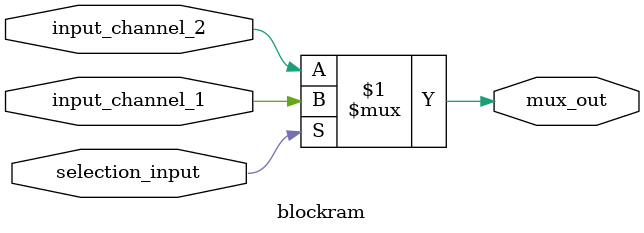
<source format=v>

module blockram
   (
      // List Mux Channels
      input_channel_1,
      input_channel_2,

      // List Selection Input(s)
      selection_input,

      // List Output(s)
      mux_out
      );

	// Define Port(s)
	
	input selection_input;

	input input_channel_1;
	input input_channel_2;

	output mux_out;

	// Define Connection(s)

	assign mux_out = selection_input? input_channel_1: input_channel_2;

endmodule

</source>
